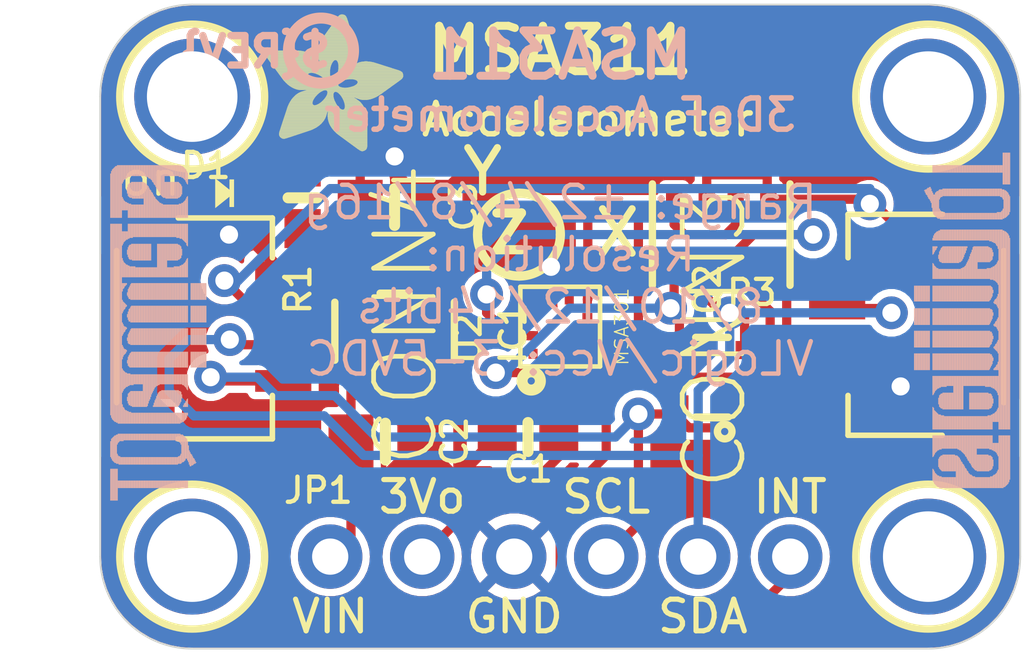
<source format=kicad_pcb>
(kicad_pcb (version 20221018) (generator pcbnew)
  (layers (0 "F.Cu" signal) (31 "B.Cu" signal) (34 "B.Paste" user) (35 "F.Paste" user) (36 "B.SilkS" user "B.Silkscreen") (37 "F.SilkS" user "F.Silkscreen") (38 "B.Mask" user) (39 "F.Mask" user) (44 "Edge.Cuts" user))
  (net 0 "")
  (net 1 "GND")
  (net 2 "SDA")
  (net 3 "SCL")
  (net 4 "SCL_3V")
  (net 5 "SDA_3V")
  (net 6 "3.3V")
  (net 7 "INT")
  (net 8 "VCC")
  (net 9 "N$2")
  (footprint "working:MOUNTINGHOLE_2.5_PLATED" (layer "F.Cu") (at 158.6611 98.6536)
    (fp_text reference "U$17" hide)
    (fp_text value "MOUNTINGHOLE2.5" hide)
    (pad "P$1" thru_hole circle (at 0 0) (size 3.2 3.2) (drill 2.5) (layers "*.Cu" "*.Mask"))
    (zone (net 0) (net_name "") (layer "F.Cu") (connect_pads (clearance 0)) (min_thickness 0.25)
      (keepout (tracks not_allowed) (vias not_allowed) (pads not_allowed) (copperpour not_allowed) (footprints allowed))
      (fill (thermal_gap 0.5) (thermal_bridge_width 0.5))
      (polygon (pts (xy 160.6771 98.6536) (xy 160.65748 98.373027) (xy 160.599004 98.097915) (xy 160.502808 97.833619) (xy 160.370765 97.585283) (xy 160.205446 97.35774) (xy 160.010067 97.15542) (xy 159.788433 96.98226) (xy 159.544856 96.841631) (xy 159.284078 96.73627) (xy 159.011175 96.668228) (xy 158.731457 96.638828) (xy 158.450371 96.648644) (xy 158.173385 96.697484) (xy 157.905893 96.784397) (xy 157.6531 96.907693) (xy 157.419926 97.06497) (xy 157.210911 97.253169) (xy 157.030122 97.468625) (xy 156.881078 97.707145) (xy 156.76668 97.964087) (xy 156.689154 98.23445) (xy 156.650011 98.512971) (xy 156.650011 98.794229) (xy 156.689154 99.07275) (xy 156.76668 99.343113) (xy 156.881078 99.600055) (xy 157.030122 99.838575) (xy 157.210911 100.054031) (xy 157.419926 100.24223) (xy 157.6531 100.399507) (xy 157.905893 100.522803) (xy 158.173385 100.609716) (xy 158.450371 100.658556) (xy 158.731457 100.668372) (xy 159.011175 100.638972) (xy 159.284078 100.57093) (xy 159.544856 100.465569) (xy 159.788433 100.32494) (xy 160.010067 100.15178) (xy 160.205446 99.94946) (xy 160.370765 99.721917) (xy 160.502808 99.473581) (xy 160.599004 99.209285) (xy 160.65748 98.934173)))
      (polygon (pts (xy 158.6451 98.6536) (xy 158.649786 98.664914) (xy 158.6611 98.6696) (xy 158.672414 98.664914) (xy 158.6771 98.6536) (xy 158.672414 98.642286) (xy 158.6611 98.6376) (xy 158.649786 98.642286)))
    )
    (zone (net 0) (net_name "") (layer "B.Cu") (connect_pads (clearance 0)) (min_thickness 0.25)
      (keepout (tracks not_allowed) (vias not_allowed) (pads not_allowed) (copperpour not_allowed) (footprints allowed))
      (fill (thermal_gap 0.5) (thermal_bridge_width 0.5))
      (polygon (pts (xy 160.6771 98.6536) (xy 160.65748 98.373027) (xy 160.599004 98.097915) (xy 160.502808 97.833619) (xy 160.370765 97.585283) (xy 160.205446 97.35774) (xy 160.010067 97.15542) (xy 159.788433 96.98226) (xy 159.544856 96.841631) (xy 159.284078 96.73627) (xy 159.011175 96.668228) (xy 158.731457 96.638828) (xy 158.450371 96.648644) (xy 158.173385 96.697484) (xy 157.905893 96.784397) (xy 157.6531 96.907693) (xy 157.419926 97.06497) (xy 157.210911 97.253169) (xy 157.030122 97.468625) (xy 156.881078 97.707145) (xy 156.76668 97.964087) (xy 156.689154 98.23445) (xy 156.650011 98.512971) (xy 156.650011 98.794229) (xy 156.689154 99.07275) (xy 156.76668 99.343113) (xy 156.881078 99.600055) (xy 157.030122 99.838575) (xy 157.210911 100.054031) (xy 157.419926 100.24223) (xy 157.6531 100.399507) (xy 157.905893 100.522803) (xy 158.173385 100.609716) (xy 158.450371 100.658556) (xy 158.731457 100.668372) (xy 159.011175 100.638972) (xy 159.284078 100.57093) (xy 159.544856 100.465569) (xy 159.788433 100.32494) (xy 160.010067 100.15178) (xy 160.205446 99.94946) (xy 160.370765 99.721917) (xy 160.502808 99.473581) (xy 160.599004 99.209285) (xy 160.65748 98.934173)))
      (polygon (pts (xy 158.6451 98.6536) (xy 158.649786 98.664914) (xy 158.6611 98.6696) (xy 158.672414 98.664914) (xy 158.6771 98.6536) (xy 158.672414 98.642286) (xy 158.6611 98.6376) (xy 158.649786 98.642286)))
    )
  )
  (footprint "working:SOT23-5" (layer "F.Cu") (at 143.9291 105.1306)
    (fp_text reference "U2" (at 2.032 -0.562 90) (layer "F.SilkS") (effects (font (size 0.692831 0.692831) (thickness 0.119969)) (justify right)))
    (fp_text value "AP2112K-3.3")
    (pad "1" smd rect (at -0.95 1.3001) (size 0.55 1.2) (layers "F.Cu" "F.Paste" "F.Mask") (net 8 "VCC"))
    (pad "2" smd rect (at 0 1.3001) (size 0.55 1.2) (layers "F.Cu" "F.Paste" "F.Mask") (net 1 "GND"))
    (pad "3" smd rect (at 0.95 1.3001) (size 0.55 1.2) (layers "F.Cu" "F.Paste" "F.Mask") (net 8 "VCC"))
    (pad "4" smd rect (at 0.95 -1.3001) (size 0.55 1.2) (layers "F.Cu" "F.Paste" "F.Mask"))
    (pad "5" smd rect (at -0.95 -1.3001) (size 0.55 1.2) (layers "F.Cu" "F.Paste" "F.Mask") (net 6 "3.3V"))
  )
  (footprint "working:MOUNTINGHOLE_2.5_PLATED" (layer "F.Cu") (at 138.3411 111.3536)
    (fp_text reference "U$19" hide)
    (fp_text value "MOUNTINGHOLE2.5" hide)
    (pad "P$1" thru_hole circle (at 0 0) (size 3.2 3.2) (drill 2.5) (layers "*.Cu" "*.Mask"))
    (zone (net 0) (net_name "") (layer "F.Cu") (connect_pads (clearance 0)) (min_thickness 0.25)
      (keepout (tracks not_allowed) (vias not_allowed) (pads not_allowed) (copperpour not_allowed) (footprints allowed))
      (fill (thermal_gap 0.5) (thermal_bridge_width 0.5))
      (polygon (pts (xy 140.3571 111.3536) (xy 140.33748 111.073027) (xy 140.279004 110.797915) (xy 140.182808 110.533619) (xy 140.050765 110.285283) (xy 139.885446 110.05774) (xy 139.690067 109.85542) (xy 139.468433 109.68226) (xy 139.224856 109.541631) (xy 138.964078 109.43627) (xy 138.691175 109.368228) (xy 138.411457 109.338828) (xy 138.130371 109.348644) (xy 137.853385 109.397484) (xy 137.585893 109.484397) (xy 137.3331 109.607693) (xy 137.099926 109.76497) (xy 136.890911 109.953169) (xy 136.710122 110.168625) (xy 136.561078 110.407145) (xy 136.44668 110.664087) (xy 136.369154 110.93445) (xy 136.330011 111.212971) (xy 136.330011 111.494229) (xy 136.369154 111.77275) (xy 136.44668 112.043113) (xy 136.561078 112.300055) (xy 136.710122 112.538575) (xy 136.890911 112.754031) (xy 137.099926 112.94223) (xy 137.3331 113.099507) (xy 137.585893 113.222803) (xy 137.853385 113.309716) (xy 138.130371 113.358556) (xy 138.411457 113.368372) (xy 138.691175 113.338972) (xy 138.964078 113.27093) (xy 139.224856 113.165569) (xy 139.468433 113.02494) (xy 139.690067 112.85178) (xy 139.885446 112.64946) (xy 140.050765 112.421917) (xy 140.182808 112.173581) (xy 140.279004 111.909285) (xy 140.33748 111.634173)))
      (polygon (pts (xy 138.3251 111.3536) (xy 138.329786 111.364914) (xy 138.3411 111.3696) (xy 138.352414 111.364914) (xy 138.3571 111.3536) (xy 138.352414 111.342286) (xy 138.3411 111.3376) (xy 138.329786 111.342286)))
    )
    (zone (net 0) (net_name "") (layer "B.Cu") (connect_pads (clearance 0)) (min_thickness 0.25)
      (keepout (tracks not_allowed) (vias not_allowed) (pads not_allowed) (copperpour not_allowed) (footprints allowed))
      (fill (thermal_gap 0.5) (thermal_bridge_width 0.5))
      (polygon (pts (xy 140.3571 111.3536) (xy 140.33748 111.073027) (xy 140.279004 110.797915) (xy 140.182808 110.533619) (xy 140.050765 110.285283) (xy 139.885446 110.05774) (xy 139.690067 109.85542) (xy 139.468433 109.68226) (xy 139.224856 109.541631) (xy 138.964078 109.43627) (xy 138.691175 109.368228) (xy 138.411457 109.338828) (xy 138.130371 109.348644) (xy 137.853385 109.397484) (xy 137.585893 109.484397) (xy 137.3331 109.607693) (xy 137.099926 109.76497) (xy 136.890911 109.953169) (xy 136.710122 110.168625) (xy 136.561078 110.407145) (xy 136.44668 110.664087) (xy 136.369154 110.93445) (xy 136.330011 111.212971) (xy 136.330011 111.494229) (xy 136.369154 111.77275) (xy 136.44668 112.043113) (xy 136.561078 112.300055) (xy 136.710122 112.538575) (xy 136.890911 112.754031) (xy 137.099926 112.94223) (xy 137.3331 113.099507) (xy 137.585893 113.222803) (xy 137.853385 113.309716) (xy 138.130371 113.358556) (xy 138.411457 113.368372) (xy 138.691175 113.338972) (xy 138.964078 113.27093) (xy 139.224856 113.165569) (xy 139.468433 113.02494) (xy 139.690067 112.85178) (xy 139.885446 112.64946) (xy 140.050765 112.421917) (xy 140.182808 112.173581) (xy 140.279004 111.909285) (xy 140.33748 111.634173)))
      (polygon (pts (xy 138.3251 111.3536) (xy 138.329786 111.364914) (xy 138.3411 111.3696) (xy 138.352414 111.364914) (xy 138.3571 111.3536) (xy 138.352414 111.342286) (xy 138.3411 111.3376) (xy 138.329786 111.342286)))
    )
  )
  (footprint "working:JST_SH4" (layer "F.Cu") (at 138.3411 105.0036 -90)
    (fp_text reference "CONN4" (at -4.6 -5.9 90) (layer "F.SilkS") (effects (font (size 1.647139 1.647139) (thickness 0.130861)) (justify right)))
    (fp_text value "STEMMA_I2C_QT" hide)
    (pad "1" smd rect (at -1.5 -2.514) (size 1.55 0.6) (layers "F.Cu" "F.Paste" "F.Mask") (net 1 "GND"))
    (pad "2" smd rect (at -0.5 -2.514) (size 1.55 0.6) (layers "F.Cu" "F.Paste" "F.Mask") (net 8 "VCC"))
    (pad "3" smd rect (at 0.5 -2.514) (size 1.55 0.6) (layers "F.Cu" "F.Paste" "F.Mask") (net 2 "SDA"))
    (pad "4" smd rect (at 1.5 -2.514) (size 1.55 0.6) (layers "F.Cu" "F.Paste" "F.Mask") (net 3 "SCL"))
    (pad "MT1" smd rect (at -2.8 1.386) (size 1.8 1.2) (layers "F.Cu" "F.Paste" "F.Mask"))
    (pad "MT2" smd rect (at 2.8 1.386) (size 1.8 1.2) (layers "F.Cu" "F.Paste" "F.Mask"))
  )
  (footprint "working:1X06_ROUND_70" (layer "F.Cu") (at 148.5011 111.3536)
    (fp_text reference "JP1" (at -7.6962 -1.8288) (layer "F.SilkS") (effects (font (size 0.692831 0.692831) (thickness 0.119969)) (justify left)))
    (fp_text value "")
    (pad "1" thru_hole circle (at -6.35 0 90) (size 1.778 1.778) (drill 1) (layers "*.Cu" "*.Mask") (net 8 "VCC"))
    (pad "2" thru_hole circle (at -3.81 0 90) (size 1.778 1.778) (drill 1) (layers "*.Cu" "*.Mask") (net 6 "3.3V"))
    (pad "3" thru_hole circle (at -1.27 0 90) (size 1.778 1.778) (drill 1) (layers "*.Cu" "*.Mask") (net 1 "GND"))
    (pad "4" thru_hole circle (at 1.27 0 90) (size 1.778 1.778) (drill 1) (layers "*.Cu" "*.Mask") (net 3 "SCL"))
    (pad "5" thru_hole circle (at 3.81 0 90) (size 1.778 1.778) (drill 1) (layers "*.Cu" "*.Mask") (net 2 "SDA"))
    (pad "6" thru_hole circle (at 6.35 0 90) (size 1.778 1.778) (drill 1) (layers "*.Cu" "*.Mask") (net 7 "INT"))
  )
  (footprint "working:RESPACK_4X0603" (layer "F.Cu") (at 152.9461 102.4636 180)
    (fp_text reference "R3" (at -1.6 -1.6) (layer "F.SilkS") (effects (font (size 0.692831 0.692831) (thickness 0.119969)) (justify right)))
    (fp_text value "10K")
    (pad "1" smd rect (at -1.3 0.85 180) (size 0.45 0.9) (layers "F.Cu" "F.Paste" "F.Mask") (net 8 "VCC"))
    (pad "2" smd rect (at -0.4 0.85 180) (size 0.45 0.9) (layers "F.Cu" "F.Paste" "F.Mask") (net 6 "3.3V"))
    (pad "3" smd rect (at 0.4 0.85 180) (size 0.45 0.9) (layers "F.Cu" "F.Paste" "F.Mask") (net 8 "VCC"))
    (pad "4" smd rect (at 1.3 0.85 180) (size 0.45 0.9) (layers "F.Cu" "F.Paste" "F.Mask") (net 6 "3.3V"))
    (pad "5" smd rect (at 1.3 -0.85 180) (size 0.45 0.9) (layers "F.Cu" "F.Paste" "F.Mask") (net 5 "SDA_3V"))
    (pad "6" smd rect (at 0.4 -0.85 180) (size 0.45 0.9) (layers "F.Cu" "F.Paste" "F.Mask") (net 2 "SDA"))
    (pad "7" smd rect (at -0.4 -0.85 180) (size 0.45 0.9) (layers "F.Cu" "F.Paste" "F.Mask") (net 4 "SCL_3V"))
    (pad "8" smd rect (at -1.3 -0.85 180) (size 0.45 0.9) (layers "F.Cu" "F.Paste" "F.Mask") (net 3 "SCL"))
  )
  (footprint "working:SOT363" (layer "F.Cu") (at 152.6921 106.4006 90)
    (fp_text reference "Q2" (at 1.651 -0.127 90) (layer "F.SilkS") (effects (font (size 0.692831 0.692831) (thickness 0.119969)) (justify left)))
    (fp_text value "BSS138")
    (pad "1" smd rect (at -0.75 0.9 90) (size 0.5 0.5) (layers "F.Cu" "F.Paste" "F.Mask") (net 4 "SCL_3V"))
    (pad "2" smd rect (at 0 0.9 90) (size 0.4 0.5) (layers "F.Cu" "F.Paste" "F.Mask") (net 6 "3.3V"))
    (pad "3" smd rect (at 0.75 0.9 90) (size 0.5 0.5) (layers "F.Cu" "F.Paste" "F.Mask") (net 2 "SDA"))
    (pad "4" smd rect (at 0.75 -0.9 90) (size 0.5 0.5) (layers "F.Cu" "F.Paste" "F.Mask") (net 5 "SDA_3V"))
    (pad "5" smd rect (at 0 -0.9 90) (size 0.4 0.5) (layers "F.Cu" "F.Paste" "F.Mask") (net 6 "3.3V"))
    (pad "6" smd rect (at -0.75 -0.9 90) (size 0.5 0.5) (layers "F.Cu" "F.Paste" "F.Mask") (net 3 "SCL"))
  )
  (footprint "working:LGA12_2X2MM" (layer "F.Cu") (at 148.5011 105.0036 90)
    (fp_text reference "IC1" (at -1.1 -1.3 90) (layer "F.SilkS") (effects (font (size 0.692831 0.692831) (thickness 0.119969)) (justify left)))
    (fp_text value "MSA301" (at -1.1 1.7 90) (layer "F.SilkS") (effects (font (size 0.369824 0.369824) (thickness 0.036576)) (justify left)))
    (pad "1" smd rect (at -0.75 -0.75 90) (size 0.275 0.25) (layers "F.Cu" "F.Paste" "F.Mask"))
    (pad "2" smd rect (at -0.75 -0.25 90) (size 0.275 0.25) (layers "F.Cu" "F.Paste" "F.Mask") (net 5 "SDA_3V"))
    (pad "3" smd rect (at -0.75 0.25 90) (size 0.275 0.25) (layers "F.Cu" "F.Paste" "F.Mask") (net 6 "3.3V"))
    (pad "4" smd rect (at -0.75 0.75 90) (size 0.275 0.25) (layers "F.Cu" "F.Paste" "F.Mask"))
    (pad "5" smd rect (at -0.25 0.75 180) (size 0.275 0.25) (layers "F.Cu" "F.Paste" "F.Mask") (net 7 "INT"))
    (pad "6" smd rect (at 0.25 0.75 180) (size 0.275 0.25) (layers "F.Cu" "F.Paste" "F.Mask"))
    (pad "7" smd rect (at 0.75 0.75 270) (size 0.275 0.25) (layers "F.Cu" "F.Paste" "F.Mask") (net 6 "3.3V"))
    (pad "8" smd rect (at 0.75 0.25 270) (size 0.275 0.25) (layers "F.Cu" "F.Paste" "F.Mask"))
    (pad "9" smd rect (at 0.75 -0.25 270) (size 0.275 0.25) (layers "F.Cu" "F.Paste" "F.Mask") (net 1 "GND"))
    (pad "10" smd rect (at 0.75 -0.75 270) (size 0.275 0.25) (layers "F.Cu" "F.Paste" "F.Mask"))
    (pad "11" smd rect (at 0.25 -0.75) (size 0.275 0.25) (layers "F.Cu" "F.Paste" "F.Mask"))
    (pad "12" smd rect (at -0.25 -0.75) (size 0.275 0.25) (layers "F.Cu" "F.Paste" "F.Mask") (net 4 "SCL_3V"))
  )
  (footprint "working:ADAFRUIT_3.5MM" (layer "F.Cu") (at 140.3731 100.1776)
    (fp_text reference "U$22" hide)
    (fp_text value "" hide)
  )
  (footprint "working:0805-NO" (layer "F.Cu") (at 143.9291 101.7016)
    (fp_text reference "C3" (at 1.905 -0.762 90) (layer "F.SilkS") (effects (font (size 0.692831 0.692831) (thickness 0.119969)) (justify right)))
    (fp_text value "10uF")
    (pad "1" smd rect (at -0.95 0) (size 1.24 1.5) (layers "F.Cu" "F.Paste" "F.Mask") (net 6 "3.3V"))
    (pad "2" smd rect (at 0.95 0) (size 1.24 1.5) (layers "F.Cu" "F.Paste" "F.Mask") (net 1 "GND"))
  )
  (footprint "working:CHIPLED_0603_NOOUTLINE" (layer "F.Cu") (at 139.2301 101.3206 -90)
    (fp_text reference "D1" (at -0.762 1.27) (layer "F.SilkS") (effects (font (size 0.692831 0.692831) (thickness 0.119969)) (justify left)))
    (fp_text value "GREEN")
    (pad "A" smd rect (at 0 0.75 270) (size 0.8 0.8) (layers "F.Cu" "F.Paste" "F.Mask") (net 6 "3.3V"))
    (pad "C" smd rect (at 0 -0.75 270) (size 0.8 0.8) (layers "F.Cu" "F.Paste" "F.Mask") (net 9 "N$2"))
  )
  (footprint "working:0603-NO" (layer "F.Cu") (at 147.6121 108.0516 180)
    (fp_text reference "C1" (at -0.762 -0.889) (layer "F.SilkS") (effects (font (size 0.692831 0.692831) (thickness 0.119969)) (justify right)))
    (fp_text value "0.1uF")
    (pad "1" smd rect (at -0.85 0 180) (size 1.075 1) (layers "F.Cu" "F.Paste" "F.Mask") (net 6 "3.3V"))
    (pad "2" smd rect (at 0.85 0 180) (size 1.075 1) (layers "F.Cu" "F.Paste" "F.Mask") (net 1 "GND"))
  )
  (footprint "working:MOUNTINGHOLE_2.5_PLATED" (layer "F.Cu") (at 138.3411 98.6536)
    (fp_text reference "U$1" hide)
    (fp_text value "MOUNTINGHOLE2.5" hide)
    (pad "P$1" thru_hole circle (at 0 0) (size 3.2 3.2) (drill 2.5) (layers "*.Cu" "*.Mask"))
    (zone (net 0) (net_name "") (layer "F.Cu") (connect_pads (clearance 0)) (min_thickness 0.25)
      (keepout (tracks not_allowed) (vias not_allowed) (pads not_allowed) (copperpour not_allowed) (footprints allowed))
      (fill (thermal_gap 0.5) (thermal_bridge_width 0.5))
      (polygon (pts (xy 140.3571 98.6536) (xy 140.33748 98.373027) (xy 140.279004 98.097915) (xy 140.182808 97.833619) (xy 140.050765 97.585283) (xy 139.885446 97.35774) (xy 139.690067 97.15542) (xy 139.468433 96.98226) (xy 139.224856 96.841631) (xy 138.964078 96.73627) (xy 138.691175 96.668228) (xy 138.411457 96.638828) (xy 138.130371 96.648644) (xy 137.853385 96.697484) (xy 137.585893 96.784397) (xy 137.3331 96.907693) (xy 137.099926 97.06497) (xy 136.890911 97.253169) (xy 136.710122 97.468625) (xy 136.561078 97.707145) (xy 136.44668 97.964087) (xy 136.369154 98.23445) (xy 136.330011 98.512971) (xy 136.330011 98.794229) (xy 136.369154 99.07275) (xy 136.44668 99.343113) (xy 136.561078 99.600055) (xy 136.710122 99.838575) (xy 136.890911 100.054031) (xy 137.099926 100.24223) (xy 137.3331 100.399507) (xy 137.585893 100.522803) (xy 137.853385 100.609716) (xy 138.130371 100.658556) (xy 138.411457 100.668372) (xy 138.691175 100.638972) (xy 138.964078 100.57093) (xy 139.224856 100.465569) (xy 139.468433 100.32494) (xy 139.690067 100.15178) (xy 139.885446 99.94946) (xy 140.050765 99.721917) (xy 140.182808 99.473581) (xy 140.279004 99.209285) (xy 140.33748 98.934173)))
      (polygon (pts (xy 138.3251 98.6536) (xy 138.329786 98.664914) (xy 138.3411 98.6696) (xy 138.352414 98.664914) (xy 138.3571 98.6536) (xy 138.352414 98.642286) (xy 138.3411 98.6376) (xy 138.329786 98.642286)))
    )
    (zone (net 0) (net_name "") (layer "B.Cu") (connect_pads (clearance 0)) (min_thickness 0.25)
      (keepout (tracks not_allowed) (vias not_allowed) (pads not_allowed) (copperpour not_allowed) (footprints allowed))
      (fill (thermal_gap 0.5) (thermal_bridge_width 0.5))
      (polygon (pts (xy 140.3571 98.6536) (xy 140.33748 98.373027) (xy 140.279004 98.097915) (xy 140.182808 97.833619) (xy 140.050765 97.585283) (xy 139.885446 97.35774) (xy 139.690067 97.15542) (xy 139.468433 96.98226) (xy 139.224856 96.841631) (xy 138.964078 96.73627) (xy 138.691175 96.668228) (xy 138.411457 96.638828) (xy 138.130371 96.648644) (xy 137.853385 96.697484) (xy 137.585893 96.784397) (xy 137.3331 96.907693) (xy 137.099926 97.06497) (xy 136.890911 97.253169) (xy 136.710122 97.468625) (xy 136.561078 97.707145) (xy 136.44668 97.964087) (xy 136.369154 98.23445) (xy 136.330011 98.512971) (xy 136.330011 98.794229) (xy 136.369154 99.07275) (xy 136.44668 99.343113) (xy 136.561078 99.600055) (xy 136.710122 99.838575) (xy 136.890911 100.054031) (xy 137.099926 100.24223) (xy 137.3331 100.399507) (xy 137.585893 100.522803) (xy 137.853385 100.609716) (xy 138.130371 100.658556) (xy 138.411457 100.668372) (xy 138.691175 100.638972) (xy 138.964078 100.57093) (xy 139.224856 100.465569) (xy 139.468433 100.32494) (xy 139.690067 100.15178) (xy 139.885446 99.94946) (xy 140.050765 99.721917) (xy 140.182808 99.473581) (xy 140.279004 99.209285) (xy 140.33748 98.934173)))
      (polygon (pts (xy 138.3251 98.6536) (xy 138.329786 98.664914) (xy 138.3411 98.6696) (xy 138.352414 98.664914) (xy 138.3571 98.6536) (xy 138.352414 98.642286) (xy 138.3411 98.6376) (xy 138.329786 98.642286)))
    )
  )
  (footprint "working:MOUNTINGHOLE_2.5_PLATED" (layer "F.Cu") (at 158.6611 111.3536)
    (fp_text reference "U$21" hide)
    (fp_text value "MOUNTINGHOLE2.5" hide)
    (pad "P$1" thru_hole circle (at 0 0) (size 3.2 3.2) (drill 2.5) (layers "*.Cu" "*.Mask"))
    (zone (net 0) (net_name "") (layer "F.Cu") (connect_pads (clearance 0)) (min_thickness 0.25)
      (keepout (tracks not_allowed) (vias not_allowed) (pads not_allowed) (copperpour not_allowed) (footprints allowed))
      (fill (thermal_gap 0.5) (thermal_bridge_width 0.5))
      (polygon (pts (xy 160.6771 111.3536) (xy 160.65748 111.073027) (xy 160.599004 110.797915) (xy 160.502808 110.533619) (xy 160.370765 110.285283) (xy 160.205446 110.05774) (xy 160.010067 109.85542) (xy 159.788433 109.68226) (xy 159.544856 109.541631) (xy 159.284078 109.43627) (xy 159.011175 109.368228) (xy 158.731457 109.338828) (xy 158.450371 109.348644) (xy 158.173385 109.397484) (xy 157.905893 109.484397) (xy 157.6531 109.607693) (xy 157.419926 109.76497) (xy 157.210911 109.953169) (xy 157.030122 110.168625) (xy 156.881078 110.407145) (xy 156.76668 110.664087) (xy 156.689154 110.93445) (xy 156.650011 111.212971) (xy 156.650011 111.494229) (xy 156.689154 111.77275) (xy 156.76668 112.043113) (xy 156.881078 112.300055) (xy 157.030122 112.538575) (xy 157.210911 112.754031) (xy 157.419926 112.94223) (xy 157.6531 113.099507) (xy 157.905893 113.222803) (xy 158.173385 113.309716) (xy 158.450371 113.358556) (xy 158.731457 113.368372) (xy 159.011175 113.338972) (xy 159.284078 113.27093) (xy 159.544856 113.165569) (xy 159.788433 113.02494) (xy 160.010067 112.85178) (xy 160.205446 112.64946) (xy 160.370765 112.421917) (xy 160.502808 112.173581) (xy 160.599004 111.909285) (xy 160.65748 111.634173)))
      (polygon (pts (xy 158.6451 111.3536) (xy 158.649786 111.364914) (xy 158.6611 111.3696) (xy 158.672414 111.364914) (xy 158.6771 111.3536) (xy 158.672414 111.342286) (xy 158.6611 111.3376) (xy 158.649786 111.342286)))
    )
    (zone (net 0) (net_name "") (layer "B.Cu") (connect_pads (clearance 0)) (min_thickness 0.25)
      (keepout (tracks not_allowed) (vias not_allowed) (pads not_allowed) (copperpour not_allowed) (footprints allowed))
      (fill (thermal_gap 0.5) (thermal_bridge_width 0.5))
      (polygon (pts (xy 160.6771 111.3536) (xy 160.65748 111.073027) (xy 160.599004 110.797915) (xy 160.502808 110.533619) (xy 160.370765 110.285283) (xy 160.205446 110.05774) (xy 160.010067 109.85542) (xy 159.788433 109.68226) (xy 159.544856 109.541631) (xy 159.284078 109.43627) (xy 159.011175 109.368228) (xy 158.731457 109.338828) (xy 158.450371 109.348644) (xy 158.173385 109.397484) (xy 157.905893 109.484397) (xy 157.6531 109.607693) (xy 157.419926 109.76497) (xy 157.210911 109.953169) (xy 157.030122 110.168625) (xy 156.881078 110.407145) (xy 156.76668 110.664087) (xy 156.689154 110.93445) (xy 156.650011 111.212971) (xy 156.650011 111.494229) (xy 156.689154 111.77275) (xy 156.76668 112.043113) (xy 156.881078 112.300055) (xy 157.030122 112.538575) (xy 157.210911 112.754031) (xy 157.419926 112.94223) (xy 157.6531 113.099507) (xy 157.905893 113.222803) (xy 158.173385 113.309716) (xy 158.450371 113.358556) (xy 158.731457 113.368372) (xy 159.011175 113.338972) (xy 159.284078 113.27093) (xy 159.544856 113.165569) (xy 159.788433 113.02494) (xy 160.010067 112.85178) (xy 160.205446 112.64946) (xy 160.370765 112.421917) (xy 160.502808 112.173581) (xy 160.599004 111.909285) (xy 160.65748 111.634173)))
      (polygon (pts (xy 158.6451 111.3536) (xy 158.649786 111.364914) (xy 158.6611 111.3696) (xy 158.672414 111.364914) (xy 158.6771 111.3536) (xy 158.672414 111.342286) (xy 158.6611 111.3376) (xy 158.649786 111.342286)))
    )
  )
  (footprint "working:0805-NO" (layer "F.Cu") (at 143.6751 108.1786)
    (fp_text reference "C2" (at 1.905 -0.762 90) (layer "F.SilkS") (effects (font (size 0.692831 0.692831) (thickness 0.119969)) (justify right)))
    (fp_text value "10uF")
    (pad "1" smd rect (at -0.95 0) (size 1.24 1.5) (layers "F.Cu" "F.Paste" "F.Mask") (net 8 "VCC"))
    (pad "2" smd rect (at 0.95 0) (size 1.24 1.5) (layers "F.Cu" "F.Paste" "F.Mask") (net 1 "GND"))
  )
  (footprint "working:FIDUCIAL_1MM" (layer "F.Cu") (at 140.7541 109.3851)
    (fp_text reference "FID3" hide)
    (fp_text value "FIDUCIAL_1MM" hide)
    (pad "1" smd roundrect (at 0 0) (size 1 1) (layers "F.Cu" "F.Mask") (roundrect_rratio 0.5))
  )
  (footprint "working:0603-NO" (layer "F.Cu") (at 141.3891 101.4476 -90)
    (fp_text reference "R1" (at 1.778 0.127 90) (layer "F.SilkS") (effects (font (size 0.692831 0.692831) (thickness 0.119969)) (justify right)))
    (fp_text value "4.7K")
    (pad "1" smd rect (at -0.85 0 270) (size 1.075 1) (layers "F.Cu" "F.Paste" "F.Mask") (net 9 "N$2"))
    (pad "2" smd rect (at 0.85 0 270) (size 1.075 1) (layers "F.Cu" "F.Paste" "F.Mask") (net 1 "GND"))
  )
  (footprint "working:JST_SH4" (layer "F.Cu") (at 158.6611 105.0036 90)
    (fp_text reference "CONN3" (at -4.6 -5.9 90) (layer "F.SilkS") (effects (font (size 1.647139 1.647139) (thickness 0.130861)) (justify left)))
    (fp_text value "STEMMA_I2C_QT" hide)
    (pad "1" smd rect (at -1.5 -2.514 180) (size 1.55 0.6) (layers "F.Cu" "F.Paste" "F.Mask") (net 1 "GND"))
    (pad "2" smd rect (at -0.5 -2.514 180) (size 1.55 0.6) (layers "F.Cu" "F.Paste" "F.Mask") (net 8 "VCC"))
    (pad "3" smd rect (at 0.5 -2.514 180) (size 1.55 0.6) (layers "F.Cu" "F.Paste" "F.Mask") (net 2 "SDA"))
    (pad "4" smd rect (at 1.5 -2.514 180) (size 1.55 0.6) (layers "F.Cu" "F.Paste" "F.Mask") (net 3 "SCL"))
    (pad "MT1" smd rect (at -2.8 1.386 180) (size 1.8 1.2) (layers "F.Cu" "F.Paste" "F.Mask"))
    (pad "MT2" smd rect (at 2.8 1.386 180) (size 1.8 1.2) (layers "F.Cu" "F.Paste" "F.Mask"))
  )
  (footprint "working:FIDUCIAL_1MM" (layer "F.Cu") (at 155.2321 97.4725)
    (fp_text reference "FID4" hide)
    (fp_text value "FIDUCIAL_1MM" hide)
    (pad "1" smd roundrect (at 0 0) (size 1 1) (layers "F.Cu" "F.Mask") (roundrect_rratio 0.5))
  )
  (footprint "working:STEMMAQT" (layer "B.Cu") (at 138.7221 100.5586 -90)
    (fp_text reference "U$31" hide)
    (fp_text value "" hide)
  )
  (footprint "working:STEMMAQT" (layer "B.Cu") (at 158.2801 109.4486 90)
    (fp_text reference "U$30" hide)
    (fp_text value "" hide)
  )
  (footprint "working:PCBFEAT-REV-040" (layer "B.Cu") (at 141.8971 97.3836 180)
    (fp_text reference "U$25" hide)
    (fp_text value "" hide)
    (fp_text user "${REV}" (at -0.3556 -0.508) (layer "B.SilkS") (effects (font (size 0.8128 0.8128) (thickness 0.2032)) (justify left bottom mirror)))
  )
  (gr_arc (start 147.3621 101.3216) (mid 148.176188 101.650514) (end 148.5051 102.464602) (stroke (width 0.254)) (layer "F.SilkS"))
  (gr_arc (start 146.2191 102.4646) (mid 146.553877 101.656377) (end 147.3621 101.3216) (stroke (width 0.254)) (layer "F.SilkS"))
  (gr_arc (start 147.3621 103.6076) (mid 146.553877 103.272823) (end 146.2191 102.4646) (stroke (width 0.254)) (layer "F.SilkS"))
  (gr_arc (start 148.5051 102.4646) (mid 148.170323 103.272823) (end 147.3621 103.6076) (stroke (width 0.254)) (layer "F.SilkS"))
  (gr_arc (start 138.3411 113.8936) (mid 136.545049 113.149651) (end 135.8011 111.3536) (stroke (width 0.05)) (layer "Edge.Cuts"))
  (gr_arc (start 161.2011 111.3536) (mid 160.457151 113.149651) (end 158.6611 113.8936) (stroke (width 0.05)) (layer "Edge.Cuts"))
  (gr_line (start 161.2011 111.3536) (end 161.2011 98.6536) (stroke (width 0.05)) (layer "Edge.Cuts"))
  (gr_line (start 138.3411 113.8936) (end 158.6611 113.8936) (stroke (width 0.05)) (layer "Edge.Cuts"))
  (gr_arc (start 158.6611 96.1136) (mid 160.457151 96.857549) (end 161.2011 98.6536) (stroke (width 0.05)) (layer "Edge.Cuts"))
  (gr_line (start 158.6611 96.1136) (end 138.3411 96.1136) (stroke (width 0.05)) (layer "Edge.Cuts"))
  (gr_line (start 135.8011 98.6536) (end 135.8011 111.3536) (stroke (width 0.05)) (layer "Edge.Cuts"))
  (gr_arc (start 135.8011 98.6536) (mid 136.545049 96.857549) (end 138.3411 96.1136) (stroke (width 0.05)) (layer "Edge.Cuts"))
  (gr_text "3DoF Accelerometer" (at 148.5011 99.1616) (layer "B.SilkS") (effects (font (size 0.8636 0.8636) (thickness 0.1524)) (justify mirror)))
  (gr_text "MSA311" (at 148.5011 97.5106) (layer "B.SilkS") (effects (font (size 1.25222 1.25222) (thickness 0.22098)) (justify mirror)))
  (gr_text "Range: ±2/4/8/16g\nResolution:\n8/10/12/14bits\nVLogic/Vcc: 3-5VDC" (at 148.5011 103.7336) (layer "B.SilkS") (effects (font (size 0.89408 0.89408) (thickness 0.12192)) (justify mirror)))
  (gr_text "Y" (at 145.7031 101.4466) (layer "F.SilkS") (effects (font (size 1.223264 1.223264) (thickness 0.199136)) (justify left bottom)))
  (gr_text "Accelerometer" (at 149.2631 99.2886) (layer "F.SilkS") (effects (font (size 0.8636 0.8636) (thickness 0.1524))))
  (gr_text "Z" (at 147.7431 101.8296) (layer "F.SilkS") (effects (font (size 1.016 1.016) (thickness 0.254)) (justify right top)))
  (gr_text "SCL" (at 149.7711 109.7026) (layer "F.SilkS") (effects (font (size 0.87376 0.87376) (thickness 0.14224))))
  (gr_text "X" (at 150.7911 101.7026) (layer "F.SilkS") (effects (font (size 1.223264 1.223264) (thickness 0.199136)) (justify right top)))
  (gr_text "MSA311" (at 148.5011 97.3836) (layer "F.SilkS") (effects (font (size 1.25222 1.25222) (thickness 0.22098))))
  (gr_text "VIN" (at 142.1511 113.0046) (layer "F.SilkS") (effects (font (size 0.87376 0.87376) (thickness 0.14224))))
  (gr_text "on" (at 136.3091 101.4476) (layer "F.SilkS") (effects (font (size 0.89408 0.89408) (thickness 0.12192)) (justify left bottom)))
  (gr_text "INT" (at 154.8511 109.7026) (layer "F.SilkS") (effects (font (size 0.87376 0.87376) (thickness 0.14224))))
  (gr_text "3Vo" (at 144.6911 109.7026) (layer "F.SilkS") (effects (font (size 0.87376 0.87376) (thickness 0.14224))))
  (gr_text "SDA" (at 152.4381 113.0046) (layer "F.SilkS") (effects (font (size 0.87376 0.87376) (thickness 0.14224))))
  (gr_text "GND" (at 147.2311 113.0046) (layer "F.SilkS") (effects (font (size 0.87376 0.87376) (thickness 0.14224))))
  (segment (start 144.6251 108.1786) (end 143.9291 107.4826) (width 0.254) (layer "F.Cu") (net 1))
  (segment (start 141.3891 102.2976) (end 141.3891 102.9696) (width 0.254) (layer "F.Cu") (net 1))
  (segment (start 143.9291 106.4307) (end 143.9291 107.4826) (width 0.254) (layer "F.Cu") (net 1))
  (segment (start 141.3891 102.9696) (end 140.8551 103.5036) (width 0.254) (layer "F.Cu") (net 1))
  (via (at 143.9291 100.3046) (size 0.9064) (drill 0.5) (layers "F.Cu" "B.Cu") (net 1))
  (via (at 148.2471 103.3526) (size 0.9064) (drill 0.5) (layers "F.Cu" "B.Cu") (net 1))
  (via (at 157.8991 106.6546) (size 0.9064) (drill 0.5) (layers "F.Cu" "B.Cu") (net 1))
  (via (at 139.3571 102.4636) (size 0.9064) (drill 0.5) (layers "F.Cu" "B.Cu") (net 1))
  (segment (start 153.1811 104.6226) (end 153.1811 104.7616) (width 0.254) (layer "F.Cu") (net 2))
  (segment (start 140.8551 105.5036) (end 139.521312 105.5036) (width 0.254) (layer "F.Cu") (net 2))
  (segment (start 152.9661 104.6226) (end 153.1811 104.6226) (width 0.254) (layer "F.Cu") (net 2))
  (segment (start 152.5461 103.3136) (end 152.5461 104.2026) (width 0.254) (layer "F.Cu") (net 2))
  (segment (start 139.521312 105.5036) (end 139.379706 105.361994) (width 0.254) (layer "F.Cu") (net 2))
  (segment (start 152.9661 104.6226) (end 152.5461 104.2026) (width 0.254) (layer "F.Cu") (net 2))
  (segment (start 153.5921 104.7616) (end 153.5921 105.6506) (width 0.254) (layer "F.Cu") (net 2))
  (segment (start 156.1471 104.5036) (end 157.5261 104.5036) (width 0.254) (layer "F.Cu") (net 2))
  (segment (start 157.5261 104.5036) (end 157.6451 104.6226) (width 0.254) (layer "F.Cu") (net 2))
  (segment (start 153.5921 104.7616) (end 153.1811 104.7616) (width 0.254) (layer "F.Cu") (net 2))
  (via (at 157.6451 104.6226) (size 0.9064) (drill 0.5) (layers "F.Cu" "B.Cu") (net 2))
  (via (at 139.379706 105.361994) (size 0.9064) (drill 0.5) (layers "F.Cu" "B.Cu") (net 2))
  (via (at 153.1811 104.6226) (size 0.9064) (drill 0.5) (layers "F.Cu" "B.Cu") (net 2))
  (segment (start 152.3111 106.7626) (end 152.3111 108.5596) (width 0.254) (layer "B.Cu") (net 2))
  (segment (start 137.7061 106.7816) (end 138.3919 107.4674) (width 0.254) (layer "B.Cu") (net 2))
  (segment (start 152.3111 108.5596) (end 152.3111 111.3536) (width 0.254) (layer "B.Cu") (net 2))
  (segment (start 141.983 107.4674) (end 143.0752 108.5596) (width 0.254) (layer "B.Cu") (net 2))
  (segment (start 138.236706 105.361994) (end 137.7061 105.8926) (width 0.254) (layer "B.Cu") (net 2))
  (segment (start 143.0752 108.5596) (end 152.3111 108.5596) (width 0.254) (layer "B.Cu") (net 2))
  (segment (start 138.3919 107.4674) (end 141.983 107.4674) (width 0.254) (layer "B.Cu") (net 2))
  (segment (start 137.7061 105.8926) (end 137.7061 106.7816) (width 0.254) (layer "B.Cu") (net 2))
  (segment (start 153.1811 105.8926) (end 152.3111 106.7626) (width 0.254) (layer "B.Cu") (net 2))
  (segment (start 157.6451 104.6226) (end 153.1811 104.6226) (width 0.254) (layer "B.Cu") (net 2))
  (segment (start 139.379706 105.361994) (end 138.236706 105.361994) (width 0.254) (layer "B.Cu") (net 2))
  (segment (start 153.1811 104.6226) (end 153.1811 105.8926) (width 0.254) (layer "B.Cu") (net 2))
  (segment (start 154.7541 103.8216) (end 154.7541 107.1326) (width 0.254) (layer "F.Cu") (net 3))
  (segment (start 156.1471 103.5036) (end 154.4361 103.5036) (width 0.254) (layer "F.Cu") (net 3))
  (segment (start 154.0891 107.7976) (end 152.0571 107.7976) (width 0.254) (layer "F.Cu") (net 3))
  (segment (start 151.5261 107.4166) (end 150.6601 107.4166) (width 0.254) (layer "F.Cu") (net 3))
  (segment (start 154.2461 103.3136) (end 154.7541 103.8216) (width 0.254) (layer "F.Cu") (net 3))
  (segment (start 154.4361 103.5036) (end 154.2461 103.3136) (width 0.254) (layer "F.Cu") (net 3))
  (segment (start 152.0571 107.7976) (end 151.7916 107.5321) (width 0.254) (layer "F.Cu") (net 3))
  (segment (start 151.7921 107.1506) (end 151.7916 107.1511) (width 0.254) (layer "F.Cu") (net 3))
  (segment (start 150.6601 107.4166) (end 150.6601 110.4646) (width 0.254) (layer "F.Cu") (net 3))
  (segment (start 138.9521 106.5036) (end 138.8491 106.4006) (width 0.254) (layer "F.Cu") (net 3))
  (segment (start 140.8551 106.5036) (end 138.9521 106.5036) (width 0.254) (layer "F.Cu") (net 3))
  (segment (start 154.7541 107.1326) (end 154.0891 107.7976) (width 0.254) (layer "F.Cu") (net 3))
  (segment (start 151.7921 107.1506) (end 151.5261 107.4166) (width 0.254) (layer "F.Cu") (net 3))
  (segment (start 150.6601 110.4646) (end 149.7711 111.3536) (width 0.254) (layer "F.Cu") (net 3))
  (segment (start 151.7916 107.5321) (end 151.7916 107.1511) (width 0.254) (layer "F.Cu") (net 3))
  (via (at 138.8491 106.4006) (size 0.9064) (drill 0.5) (layers "F.Cu" "B.Cu") (net 3))
  (via (at 150.6601 107.4166) (size 0.9064) (drill 0.5) (layers "F.Cu" "B.Cu") (net 3))
  (segment (start 142.2781 106.9086) (end 140.650262 106.9086) (width 0.254) (layer "B.Cu") (net 3))
  (segment (start 140.142262 106.4006) (end 140.650262 106.9086) (width 0.254) (layer "B.Cu") (net 3))
  (segment (start 150.0251 108.0516) (end 143.4211 108.0516) (width 0.254) (layer "B.Cu") (net 3))
  (segment (start 138.8491 106.4006) (end 140.142262 106.4006) (width 0.254) (layer "B.Cu") (net 3))
  (segment (start 150.0251 108.0516) (end 150.6601 107.4166) (width 0.254) (layer "B.Cu") (net 3))
  (segment (start 143.4211 108.0516) (end 142.2781 106.9086) (width 0.254) (layer "B.Cu") (net 3))
  (segment (start 154.2969 104.5764) (end 154.2969 106.7816) (width 0.254) (layer "F.Cu") (net 4))
  (segment (start 146.4691 104.6226) (end 146.4691 104.1146) (width 0.254) (layer "F.Cu") (net 4))
  (segment (start 154.2969 106.7816) (end 153.9279 107.1506) (width 0.254) (layer "F.Cu") (net 4))
  (segment (start 153.3461 103.3136) (end 153.3461 102.9526) (width 0.254) (layer "F.Cu") (net 4))
  (segment (start 147.7511 105.2536) (end 147.1001 105.2536) (width 0.254) (layer "F.Cu") (net 4))
  (segment (start 153.3461 102.9526) (end 153.8351 102.4636) (width 0.254) (layer "F.Cu") (net 4))
  (segment (start 147.1001 105.2536) (end 146.4691 104.6226) (width 0.254) (layer "F.Cu") (net 4))
  (segment (start 153.3461 103.3136) (end 153.3461 103.6256) (width 0.254) (layer "F.Cu") (net 4))
  (segment (start 153.8351 102.4636) (end 155.4861 102.4636) (width 0.254) (layer "F.Cu") (net 4))
  (segment (start 153.5921 107.1506) (end 153.9279 107.1506) (width 0.254) (layer "F.Cu") (net 4))
  (segment (start 153.3461 103.6256) (end 154.2969 104.5764) (width 0.254) (layer "F.Cu") (net 4))
  (via (at 155.4861 102.4636) (size 0.9064) (drill 0.5) (layers "F.Cu" "B.Cu") (net 4))
  (via (at 146.4691 104.1146) (size 0.9064) (drill 0.5) (layers "F.Cu" "B.Cu") (net 4))
  (segment (start 146.4691 103.3526) (end 146.4691 104.1146) (width 0.254) (layer "B.Cu") (net 4))
  (segment (start 155.4861 102.4636) (end 147.3581 102.4636) (width 0.254) (layer "B.Cu") (net 4))
  (segment (start 147.3581 102.4636) (end 146.4691 103.3526) (width 0.254) (layer "B.Cu") (net 4))
  (segment (start 151.7921 104.6346) (end 151.6461 104.4886) (width 0.254) (layer "F.Cu") (net 5))
  (segment (start 151.6461 104.4956) (end 151.6461 104.4886) (width 0.254) (layer "F.Cu") (net 5))
  (segment (start 151.7921 105.6506) (end 151.7921 104.6346) (width 0.254) (layer "F.Cu") (net 5))
  (segment (start 148.2511 105.7536) (end 148.2511 106.0156) (width 0.254) (layer "F.Cu") (net 5))
  (segment (start 148.2511 106.0156) (end 147.9931 106.2736) (width 0.254) (layer "F.Cu") (net 5))
  (segment (start 147.9931 106.2736) (end 146.7231 106.2736) (width 0.254) (layer "F.Cu") (net 5))
  (segment (start 151.6461 104.4886) (end 151.6461 103.3136) (width 0.254) (layer "F.Cu") (net 5))
  (segment (start 151.5491 104.4956) (end 151.6461 104.4956) (width 0.254) (layer "F.Cu") (net 5))
  (via (at 151.5491 104.4956) (size 0.9064) (drill 0.5) (layers "F.Cu" "B.Cu") (net 5))
  (via (at 146.7231 106.2736) (size 0.9064) (drill 0.5) (layers "F.Cu" "B.Cu") (net 5))
  (segment (start 148.7551 104.4956) (end 151.5491 104.4956) (width 0.254) (layer "B.Cu") (net 5))
  (segment (start 148.7551 104.4956) (end 146.9771 106.2736) (width 0.254) (layer "B.Cu") (net 5))
  (segment (start 146.7231 106.2736) (end 146.9771 106.2736) (width 0.254) (layer "B.Cu") (net 5))
  (segment (start 150.6601 101.7016) (end 150.6601 105.6496) (width 0.254) (layer "F.Cu") (net 6))
  (segment (start 142.9791 101.7016) (end 142.9791 102.8446) (width 0.254) (layer "F.Cu") (net 6))
  (segment (start 151.6461 102.1796) (end 151.6461 101.7016) (width 0.254) (layer "F.Cu") (net 6))
  (segment (start 145.4843 106.8128) (end 145.8341 107.1626) (width 0.254) (layer "F.Cu") (net 6))
  (segment (start 140.355762 99.6696) (end 142.4051 99.6696) (width 0.254) (layer "F.Cu") (net 6))
  (segment (start 147.8661 109.1946) (end 148.4621 108.5986) (width 0.254) (layer "F.Cu") (net 6))
  (segment (start 145.7071 102.8446) (end 142.9791 102.8446) (width 0.254) (layer "F.Cu") (net 6))
  (segment (start 142.9791 100.2436) (end 142.9791 101.7016) (width 0.254) (layer "F.Cu") (net 6))
  (segment (start 153.0731 102.4636) (end 151.9301 102.4636) (width 0.254) (layer "F.Cu") (net 6))
  (segment (start 151.6461 101.7016) (end 151.6461 101.6136) (width 0.254) (layer "F.Cu") (net 6))
  (segment (start 149.2511 104.2536) (end 149.2631 104.2416) (width 0.254) (layer "F.Cu") (net 6))
  (segment (start 148.7511 105.7536) (end 148.7511 107.1626) (width 0.254) (layer "F.Cu") (net 6))
  (segment (start 138.4961 101.3046) (end 138.720762 101.3046) (width 0.254) (layer "F.Cu") (net 6))
  (segment (start 142.4051 99.6696) (end 142.9791 100.2436) (width 0.254) (layer "F.Cu") (net 6))
  (segment (start 150.6601 101.7016) (end 151.6461 101.7016) (width 0.254) (layer "F.Cu") (net 6))
  (segment (start 142.9791 102.8446) (end 142.9791 103.8305) (width 0.254) (layer "F.Cu") (net 6))
  (segment (start 146.8501 109.1946) (end 147.8661 109.1946) (width 0.254) (layer "F.Cu") (net 6))
  (segment (start 151.9301 102.4636) (end 151.6461 102.1796) (width 0.254) (layer "F.Cu") (net 6))
  (segment (start 149.2631 101.7016) (end 150.6601 101.7016) (width 0.254) (layer "F.Cu") (net 6))
  (segment (start 145.7071 102.8446) (end 146.8501 101.7016) (width 0.254) (layer "F.Cu") (net 6))
  (segment (start 151.4111 106.4006) (end 151.7921 106.4006) (width 0.254) (layer "F.Cu") (net 6))
  (segment (start 148.7511 107.7626) (end 148.4621 108.0516) (width 0.254) (layer "F.Cu") (net 6))
  (segment (start 148.7511 107.1626) (end 148.7511 107.7626) (width 0.254) (layer "F.Cu") (net 6))
  (segment (start 145.8341 107.1626) (end 148.7511 107.1626) (width 0.254) (layer "F.Cu") (net 6))
  (segment (start 151.4111 106.4006) (end 150.6601 105.6496) (width 0.254) (layer "F.Cu") (net 6))
  (segment (start 151.7921 106.4006) (end 153.5921 106.4006) (width 0.254) (layer "F.Cu") (net 6))
  (segment (start 138.4801 101.3206) (end 138.4961 101.3046) (width 0.254) (layer "F.Cu") (net 6))
  (segment (start 145.4843 103.0674) (end 145.4843 106.8128) (width 0.254) (layer "F.Cu") (net 6))
  (segment (start 149.2631 104.2416) (end 149.2631 101.7016) (width 0.254) (layer "F.Cu") (net 6))
  (segment (start 153.3461 101.6136) (end 153.3461 102.1906) (width 0.254) (layer "F.Cu") (net 6))
  (segment (start 138.720762 101.3046) (end 140.355762 99.6696) (width 0.254) (layer "F.Cu") (net 6))
  (segment (start 146.8501 101.7016) (end 149.2631 101.7016) (width 0.254) (layer "F.Cu") (net 6))
  (segment (start 144.6911 111.3536) (end 146.8501 109.1946) (width 0.254) (layer "F.Cu") (net 6))
  (segment (start 153.3461 102.1906) (end 153.0731 102.4636) (width 0.254) (layer "F.Cu") (net 6))
  (segment (start 148.4621 108.5986) (end 148.4621 108.0516) (width 0.254) (layer "F.Cu") (net 6))
  (segment (start 145.7071 102.8446) (end 145.4843 103.0674) (width 0.254) (layer "F.Cu") (net 6))
  (segment (start 149.7711 105.544125) (end 149.7711 108.5596) (width 0.254) (layer "F.Cu") (net 7))
  (segment (start 154.8511 111.8616) (end 154.8511 111.3536) (width 0.254) (layer "F.Cu") (net 7))
  (segment (start 153.8351 112.8776) (end 154.8511 111.8616) (width 0.254) (layer "F.Cu") (net 7))
  (segment (start 149.512875 105.2859) (end 149.7711 105.544125) (width 0.254) (layer "F.Cu") (net 7))
  (segment (start 149.2511 105.2536) (end 149.2834 105.2859) (width 0.254) (layer "F.Cu") (net 7))
  (segment (start 149.7711 108.5596) (end 148.5011 109.8296) (width 0.254) (layer "F.Cu") (net 7))
  (segment (start 148.5011 109.8296) (end 148.5011 112.2426) (width 0.254) (layer "F.Cu") (net 7))
  (segment (start 149.1361 112.8776) (end 153.8351 112.8776) (width 0.254) (layer "F.Cu") (net 7))
  (segment (start 149.2834 105.2859) (end 149.512875 105.2859) (width 0.254) (layer "F.Cu") (net 7))
  (segment (start 148.5011 112.2426) (end 149.1361 112.8776) (width 0.254) (layer "F.Cu") (net 7))
  (segment (start 142.9791 105.4456) (end 142.9791 106.4307) (width 0.254) (layer "F.Cu") (net 8))
  (segment (start 142.0371 104.5036) (end 142.9791 105.4456) (width 0.254) (layer "F.Cu") (net 8))
  (segment (start 156.1471 105.5036) (end 158.2881 105.5036) (width 0.254) (layer "F.Cu") (net 8))
  (segment (start 140.0001 104.5036) (end 139.2301 103.7336) (width 0.254) (layer "F.Cu") (net 8))
  (segment (start 142.1511 111.3536) (end 142.7251 110.7796) (width 0.254) (layer "F.Cu") (net 8))
  (segment (start 142.7251 108.1786) (end 142.7251 110.7796) (width 0.254) (layer "F.Cu") (net 8))
  (segment (start 144.691096 105.1306) (end 143.2941 105.1306) (width 0.254) (layer "F.Cu") (net 8))
  (segment (start 142.7251 106.6847) (end 142.7251 108.1786) (width 0.254) (layer "F.Cu") (net 8))
  (segment (start 154.2161 101.5836) (end 154.2461 101.6136) (width 0.254) (layer "F.Cu") (net 8))
  (segment (start 158.9151 104.8766) (end 158.9151 103.3526) (width 0.254) (layer "F.Cu") (net 8))
  (segment (start 158.9151 103.3526) (end 157.1761 101.6136) (width 0.254) (layer "F.Cu") (net 8))
  (segment (start 140.8551 104.5036) (end 142.0371 104.5036) (width 0.254) (layer "F.Cu") (net 8))
  (segment (start 144.8791 105.3186) (end 144.691096 105.1306) (width 0.254) (layer "F.Cu") (net 8))
  (segment (start 152.5461 100.8316) (end 152.5651 100.8126) (width 0.254) (layer "F.Cu") (net 8))
  (segment (start 156.9221 101.4866) (end 154.3731 101.4866) (width 0.254) (layer "F.Cu") (net 8))
  (segment (start 154.2161 100.8126) (end 154.2161 101.5836) (width 0.254) (layer "F.Cu") (net 8))
  (segment (start 143.2941 105.1306) (end 142.9791 105.4456) (width 0.254) (layer "F.Cu") (net 8))
  (segment (start 154.2461 101.6136) (end 154.3731 101.4866) (width 0.254) (layer "F.Cu") (net 8))
  (segment (start 157.0491 101.6136) (end 156.9221 101.4866) (width 0.254) (layer "F.Cu") (net 8))
  (segment (start 142.9791 106.4307) (end 142.7251 106.6847) (width 0.254) (layer "F.Cu") (net 8))
  (segment (start 158.2881 105.5036) (end 158.9151 104.8766) (width 0.254) (layer "F.Cu") (net 8))
  (segment (start 152.5461 101.6136) (end 152.5461 100.8316) (width 0.254) (layer "F.Cu") (net 8))
  (segment (start 157.1761 101.6136) (end 157.0491 101.6136) (width 0.254) (layer "F.Cu") (net 8))
  (segment (start 144.8791 106.4307) (end 144.8791 105.3186) (width 0.254) (layer "F.Cu") (net 8))
  (segment (start 152.5651 100.8126) (end 154.2161 100.8126) (width 0.254) (layer "F.Cu") (net 8))
  (segment (start 140.8551 104.5036) (end 140.0001 104.5036) (width 0.254) (layer "F.Cu") (net 8))
  (via (at 157.0491 101.6136) (size 0.9064) (drill 0.5) (layers "F.Cu" "B.Cu") (net 8))
  (via (at 139.2301 103.7336) (size 0.9064) (drill 0.5) (layers "F.Cu" "B.Cu") (net 8))
  (segment (start 139.6111 103.7336) (end 139.2301 103.7336) (width 0.254) (layer "B.Cu") (net 8))
  (segment (start 157.0491 101.6136) (end 157.0491 101.1936) (width 0.254) (layer "B.Cu") (net 8))
  (segment (start 142.1511 101.1936) (end 139.6111 103.7336) (width 0.254) (layer "B.Cu") (net 8))
  (segment (start 157.0491 101.1936) (end 142.1511 101.1936) (width 0.254) (layer "B.Cu") (net 8))
  (segment (start 139.9801 101.3206) (end 140.6661 101.3206) (width 0.254) (layer "F.Cu") (net 9))
  (segment (start 140.6661 101.3206) (end 141.3891 100.5976) (width 0.254) (layer "F.Cu") (net 9))
  (zone (net 1) (net_name "GND") (layer "F.Cu") (priority 6) (connect_pads (clearance 0.000001)) (min_thickness 0.127) (fill yes (thermal_gap 0.304) (thermal_bridge_width 0.304))
    (polygon (pts (xy 161.3281 114.0206) (xy 135.6741 114.0206) (xy 135.6741 95.9866) (xy 161.3281 95.9866)))
  )
  (zone (net 1) (net_name "GND") (layer "B.Cu") (priority 6) (connect_pads (clearance 0.000001)) (min_thickness 0.127) (fill yes (thermal_gap 0.304) (thermal_bridge_width 0.304))
    (polygon (pts (xy 161.3281 114.0206) (xy 135.6741 114.0206) (xy 135.6741 95.9866) (xy 161.3281 95.9866)))
  )
)
</source>
